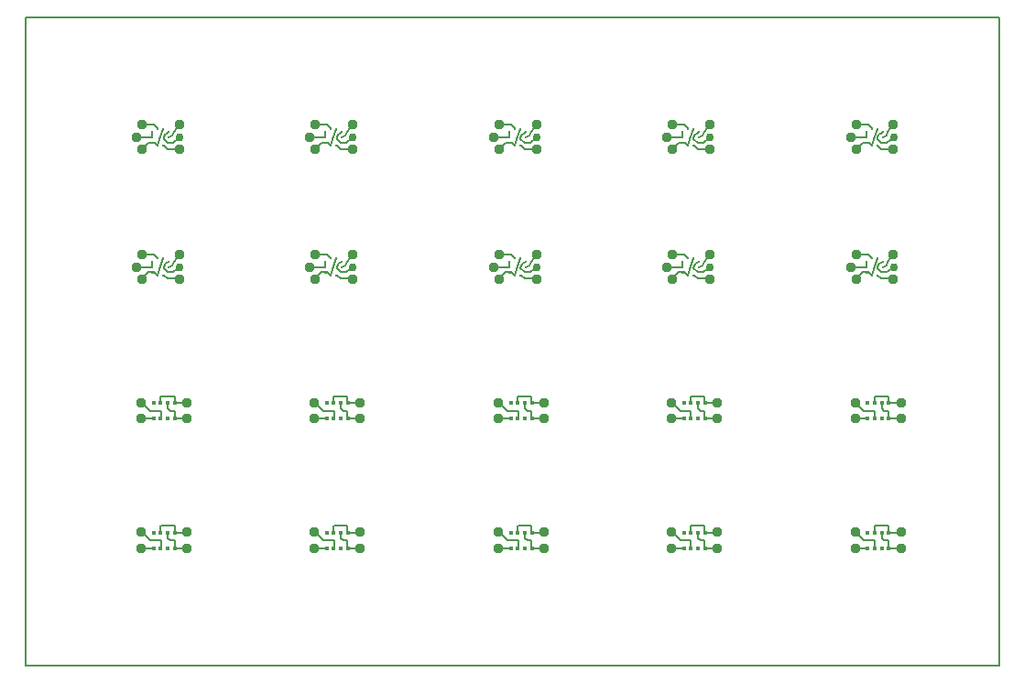
<source format=gtl>
G75*
%MOIN*%
%OFA0B0*%
%FSLAX25Y25*%
%IPPOS*%
%LPD*%
%AMOC8*
5,1,8,0,0,1.08239X$1,22.5*
%
%ADD10C,0.00600*%
%ADD11C,0.03772*%
%ADD12R,0.01575X0.01575*%
%ADD13R,0.00984X0.01083*%
%ADD14R,0.01083X0.00984*%
%ADD15C,0.02978*%
D10*
X0001300Y0001300D02*
X0355631Y0001300D01*
X0355631Y0237520D01*
X0001300Y0237520D01*
X0001300Y0001300D01*
X0043623Y0044056D02*
X0047993Y0044056D01*
X0048052Y0044115D01*
X0050611Y0044115D02*
X0050709Y0044213D01*
X0050709Y0046969D01*
X0046772Y0046969D01*
X0043765Y0049977D01*
X0043623Y0049977D01*
X0050611Y0049824D02*
X0050611Y0052186D01*
X0050709Y0052284D01*
X0055631Y0052284D01*
X0055631Y0049922D01*
X0055729Y0049824D01*
X0060068Y0049824D01*
X0060221Y0049977D01*
X0055631Y0046772D02*
X0055631Y0044213D01*
X0055729Y0044115D01*
X0060162Y0044115D01*
X0060221Y0044056D01*
X0055631Y0046772D02*
X0055434Y0046969D01*
X0054056Y0046969D01*
X0053170Y0047855D01*
X0053170Y0049824D01*
X0106615Y0049977D02*
X0106757Y0049977D01*
X0109765Y0046969D01*
X0113702Y0046969D01*
X0113702Y0044213D01*
X0113603Y0044115D01*
X0111044Y0044115D02*
X0110985Y0044056D01*
X0106615Y0044056D01*
X0113603Y0049824D02*
X0113603Y0052186D01*
X0113702Y0052284D01*
X0118623Y0052284D01*
X0118623Y0049922D01*
X0118721Y0049824D01*
X0123060Y0049824D01*
X0123213Y0049977D01*
X0118623Y0046772D02*
X0118623Y0044213D01*
X0118721Y0044115D01*
X0123154Y0044115D01*
X0123213Y0044056D01*
X0118623Y0046772D02*
X0118426Y0046969D01*
X0117048Y0046969D01*
X0116162Y0047855D01*
X0116162Y0049824D01*
X0173544Y0049977D02*
X0173686Y0049977D01*
X0176694Y0046969D01*
X0180631Y0046969D01*
X0180631Y0044213D01*
X0180532Y0044115D01*
X0177973Y0044115D02*
X0177914Y0044056D01*
X0173544Y0044056D01*
X0180532Y0049824D02*
X0180532Y0052186D01*
X0180631Y0052284D01*
X0185552Y0052284D01*
X0185552Y0049922D01*
X0185650Y0049824D01*
X0189989Y0049824D01*
X0190143Y0049977D01*
X0185552Y0046772D02*
X0185552Y0044213D01*
X0185650Y0044115D01*
X0190083Y0044115D01*
X0190143Y0044056D01*
X0185552Y0046772D02*
X0185355Y0046969D01*
X0183977Y0046969D01*
X0183091Y0047855D01*
X0183091Y0049824D01*
X0236536Y0049977D02*
X0236678Y0049977D01*
X0239686Y0046969D01*
X0243623Y0046969D01*
X0243623Y0044213D01*
X0243524Y0044115D01*
X0240965Y0044115D02*
X0240906Y0044056D01*
X0236536Y0044056D01*
X0243524Y0049824D02*
X0243524Y0052186D01*
X0243623Y0052284D01*
X0248544Y0052284D01*
X0248544Y0049922D01*
X0248643Y0049824D01*
X0252981Y0049824D01*
X0253135Y0049977D01*
X0248544Y0046772D02*
X0248544Y0044213D01*
X0248643Y0044115D01*
X0253076Y0044115D01*
X0253135Y0044056D01*
X0248544Y0046772D02*
X0248347Y0046969D01*
X0246969Y0046969D01*
X0246083Y0047855D01*
X0246083Y0049824D01*
X0303465Y0049977D02*
X0303607Y0049977D01*
X0306615Y0046969D01*
X0310552Y0046969D01*
X0310552Y0044213D01*
X0310454Y0044115D01*
X0307894Y0044115D02*
X0307835Y0044056D01*
X0303465Y0044056D01*
X0310454Y0049824D02*
X0310454Y0052186D01*
X0310552Y0052284D01*
X0315473Y0052284D01*
X0315473Y0049922D01*
X0315572Y0049824D01*
X0319910Y0049824D01*
X0320064Y0049977D01*
X0315473Y0046772D02*
X0315473Y0044213D01*
X0315572Y0044115D01*
X0320005Y0044115D01*
X0320064Y0044056D01*
X0315473Y0046772D02*
X0315276Y0046969D01*
X0313898Y0046969D01*
X0313013Y0047855D01*
X0313013Y0049824D01*
X0315572Y0091359D02*
X0320005Y0091359D01*
X0320064Y0091300D01*
X0315572Y0091359D02*
X0315473Y0091457D01*
X0315473Y0094017D01*
X0315276Y0094213D01*
X0313898Y0094213D01*
X0313013Y0095099D01*
X0313013Y0097068D01*
X0315473Y0097166D02*
X0315473Y0099528D01*
X0310552Y0099528D01*
X0310454Y0099430D01*
X0310454Y0097068D01*
X0310552Y0094213D02*
X0306615Y0094213D01*
X0303607Y0097221D01*
X0303465Y0097221D01*
X0303465Y0091300D02*
X0307835Y0091300D01*
X0307894Y0091359D01*
X0310454Y0091359D02*
X0310552Y0091457D01*
X0310552Y0094213D01*
X0315473Y0097166D02*
X0315572Y0097068D01*
X0319910Y0097068D01*
X0320064Y0097221D01*
X0317284Y0142206D02*
X0314883Y0142245D01*
X0312914Y0142245D01*
X0311585Y0143574D01*
X0311339Y0143574D01*
X0312914Y0144607D02*
X0311536Y0145985D01*
X0311536Y0146410D01*
X0311916Y0147441D01*
X0312443Y0147968D01*
X0312781Y0147968D01*
X0313357Y0148544D01*
X0314686Y0147166D02*
X0313357Y0146576D01*
X0314686Y0147166D02*
X0315276Y0148544D01*
X0317245Y0151024D01*
X0317245Y0151054D01*
X0311339Y0149578D02*
X0309961Y0145837D01*
X0309371Y0143574D01*
X0308368Y0144576D01*
X0307384Y0144576D01*
X0307353Y0144607D01*
X0306024Y0144607D01*
X0303662Y0142186D01*
X0307353Y0144607D02*
X0308337Y0144607D01*
X0308368Y0144576D01*
X0307353Y0146576D02*
X0301694Y0146576D01*
X0303780Y0151024D02*
X0304253Y0151103D01*
X0307993Y0151103D01*
X0309371Y0149725D01*
X0309371Y0149578D01*
X0307353Y0148544D02*
X0307353Y0146576D01*
X0312914Y0144607D02*
X0313357Y0144607D01*
X0314932Y0144607D01*
X0317442Y0146576D01*
X0317284Y0189450D02*
X0314883Y0189489D01*
X0312914Y0189489D01*
X0311585Y0190818D01*
X0311339Y0190818D01*
X0312914Y0191851D02*
X0311536Y0193229D01*
X0311536Y0193654D01*
X0311916Y0194685D01*
X0312443Y0195212D01*
X0312781Y0195212D01*
X0313357Y0195788D01*
X0314686Y0194410D02*
X0313357Y0193820D01*
X0314686Y0194410D02*
X0315276Y0195788D01*
X0317245Y0198269D01*
X0317245Y0198298D01*
X0311339Y0196822D02*
X0309961Y0193081D01*
X0309371Y0190818D01*
X0308368Y0191820D01*
X0307384Y0191820D01*
X0307353Y0191851D01*
X0306024Y0191851D01*
X0303662Y0189430D01*
X0307353Y0191851D02*
X0308337Y0191851D01*
X0308368Y0191820D01*
X0307353Y0193820D02*
X0301694Y0193820D01*
X0303780Y0198269D02*
X0304253Y0198347D01*
X0307993Y0198347D01*
X0309371Y0196969D01*
X0309371Y0196822D01*
X0307353Y0195788D02*
X0307353Y0193820D01*
X0312914Y0191851D02*
X0313357Y0191851D01*
X0314932Y0191851D01*
X0317442Y0193820D01*
X0250513Y0193820D02*
X0248003Y0191851D01*
X0246428Y0191851D01*
X0245985Y0191851D01*
X0244607Y0193229D01*
X0244607Y0193654D01*
X0244987Y0194685D01*
X0245514Y0195212D01*
X0245852Y0195212D01*
X0246428Y0195788D01*
X0247757Y0194410D02*
X0248347Y0195788D01*
X0250316Y0198269D01*
X0250316Y0198298D01*
X0247757Y0194410D02*
X0246428Y0193820D01*
X0243032Y0193081D02*
X0242442Y0190818D01*
X0241439Y0191820D01*
X0240455Y0191820D01*
X0240424Y0191851D01*
X0239095Y0191851D01*
X0236733Y0189430D01*
X0240424Y0191851D02*
X0241408Y0191851D01*
X0241439Y0191820D01*
X0243032Y0193081D02*
X0244410Y0196822D01*
X0242442Y0196822D02*
X0242442Y0196969D01*
X0241064Y0198347D01*
X0237324Y0198347D01*
X0236851Y0198269D01*
X0240424Y0195788D02*
X0240424Y0193820D01*
X0234765Y0193820D01*
X0244410Y0190818D02*
X0244656Y0190818D01*
X0245985Y0189489D01*
X0247954Y0189489D01*
X0250355Y0189450D01*
X0250316Y0151054D02*
X0250316Y0151024D01*
X0248347Y0148544D01*
X0247757Y0147166D01*
X0246428Y0146576D01*
X0245852Y0147968D02*
X0246428Y0148544D01*
X0245852Y0147968D02*
X0245514Y0147968D01*
X0244987Y0147441D01*
X0244607Y0146410D01*
X0244607Y0145985D01*
X0245985Y0144607D01*
X0246428Y0144607D01*
X0248003Y0144607D01*
X0250513Y0146576D01*
X0250355Y0142206D02*
X0247954Y0142245D01*
X0245985Y0142245D01*
X0244656Y0143574D01*
X0244410Y0143574D01*
X0242442Y0143574D02*
X0243032Y0145837D01*
X0244410Y0149578D01*
X0242442Y0149578D02*
X0242442Y0149725D01*
X0241064Y0151103D01*
X0237324Y0151103D01*
X0236851Y0151024D01*
X0240424Y0148544D02*
X0240424Y0146576D01*
X0234765Y0146576D01*
X0239095Y0144607D02*
X0236733Y0142186D01*
X0239095Y0144607D02*
X0240424Y0144607D01*
X0240455Y0144576D01*
X0241439Y0144576D01*
X0242442Y0143574D01*
X0241439Y0144576D02*
X0241408Y0144607D01*
X0240424Y0144607D01*
X0187520Y0146576D02*
X0185011Y0144607D01*
X0183436Y0144607D01*
X0182993Y0144607D01*
X0181615Y0145985D01*
X0181615Y0146410D01*
X0181994Y0147441D01*
X0182522Y0147968D01*
X0182859Y0147968D01*
X0183436Y0148544D01*
X0184765Y0147166D02*
X0185355Y0148544D01*
X0187324Y0151024D01*
X0187324Y0151054D01*
X0184765Y0147166D02*
X0183436Y0146576D01*
X0180040Y0145837D02*
X0179450Y0143574D01*
X0178447Y0144576D01*
X0177463Y0144576D01*
X0177432Y0144607D01*
X0176103Y0144607D01*
X0173741Y0142186D01*
X0177432Y0144607D02*
X0178416Y0144607D01*
X0178447Y0144576D01*
X0180040Y0145837D02*
X0181418Y0149578D01*
X0179450Y0149578D02*
X0179450Y0149725D01*
X0178072Y0151103D01*
X0174331Y0151103D01*
X0173859Y0151024D01*
X0177432Y0148544D02*
X0177432Y0146576D01*
X0171772Y0146576D01*
X0181418Y0143574D02*
X0181664Y0143574D01*
X0182993Y0142245D01*
X0184961Y0142245D01*
X0187363Y0142206D01*
X0185552Y0099528D02*
X0180631Y0099528D01*
X0180532Y0099430D01*
X0180532Y0097068D01*
X0183091Y0097068D02*
X0183091Y0095099D01*
X0183977Y0094213D01*
X0185355Y0094213D01*
X0185552Y0094017D01*
X0185552Y0091457D01*
X0185650Y0091359D01*
X0190083Y0091359D01*
X0190143Y0091300D01*
X0189989Y0097068D02*
X0185650Y0097068D01*
X0185552Y0097166D01*
X0185552Y0099528D01*
X0189989Y0097068D02*
X0190143Y0097221D01*
X0180631Y0094213D02*
X0180631Y0091457D01*
X0180532Y0091359D01*
X0177973Y0091359D02*
X0177914Y0091300D01*
X0173544Y0091300D01*
X0176694Y0094213D02*
X0180631Y0094213D01*
X0176694Y0094213D02*
X0173686Y0097221D01*
X0173544Y0097221D01*
X0123213Y0097221D02*
X0123060Y0097068D01*
X0118721Y0097068D01*
X0118623Y0097166D01*
X0118623Y0099528D01*
X0113702Y0099528D01*
X0113603Y0099430D01*
X0113603Y0097068D01*
X0116162Y0097068D02*
X0116162Y0095099D01*
X0117048Y0094213D01*
X0118426Y0094213D01*
X0118623Y0094017D01*
X0118623Y0091457D01*
X0118721Y0091359D01*
X0123154Y0091359D01*
X0123213Y0091300D01*
X0113702Y0091457D02*
X0113603Y0091359D01*
X0113702Y0091457D02*
X0113702Y0094213D01*
X0109765Y0094213D01*
X0106757Y0097221D01*
X0106615Y0097221D01*
X0106615Y0091300D02*
X0110985Y0091300D01*
X0111044Y0091359D01*
X0060221Y0091300D02*
X0060162Y0091359D01*
X0055729Y0091359D01*
X0055631Y0091457D01*
X0055631Y0094017D01*
X0055434Y0094213D01*
X0054056Y0094213D01*
X0053170Y0095099D01*
X0053170Y0097068D01*
X0055631Y0097166D02*
X0055631Y0099528D01*
X0050709Y0099528D01*
X0050611Y0099430D01*
X0050611Y0097068D01*
X0050709Y0094213D02*
X0046772Y0094213D01*
X0043765Y0097221D01*
X0043623Y0097221D01*
X0043623Y0091300D02*
X0047993Y0091300D01*
X0048052Y0091359D01*
X0050611Y0091359D02*
X0050709Y0091457D01*
X0050709Y0094213D01*
X0055631Y0097166D02*
X0055729Y0097068D01*
X0060068Y0097068D01*
X0060221Y0097221D01*
X0057442Y0142206D02*
X0055040Y0142245D01*
X0053072Y0142245D01*
X0051743Y0143574D01*
X0051497Y0143574D01*
X0053072Y0144607D02*
X0051694Y0145985D01*
X0051694Y0146410D01*
X0052073Y0147441D01*
X0052600Y0147968D01*
X0052938Y0147968D01*
X0053515Y0148544D01*
X0054843Y0147166D02*
X0053515Y0146576D01*
X0054843Y0147166D02*
X0055434Y0148544D01*
X0057402Y0151024D01*
X0057402Y0151054D01*
X0057599Y0146576D02*
X0055089Y0144607D01*
X0053515Y0144607D01*
X0053072Y0144607D01*
X0050119Y0145837D02*
X0049528Y0143574D01*
X0048526Y0144576D01*
X0047541Y0144576D01*
X0047511Y0144607D01*
X0046182Y0144607D01*
X0043820Y0142186D01*
X0047511Y0144607D02*
X0048495Y0144607D01*
X0048526Y0144576D01*
X0050119Y0145837D02*
X0051497Y0149578D01*
X0049528Y0149578D02*
X0049528Y0149725D01*
X0048150Y0151103D01*
X0044410Y0151103D01*
X0043938Y0151024D01*
X0047511Y0148544D02*
X0047511Y0146576D01*
X0041851Y0146576D01*
X0043820Y0189430D02*
X0046182Y0191851D01*
X0047511Y0191851D01*
X0047541Y0191820D01*
X0048526Y0191820D01*
X0049528Y0190818D01*
X0050119Y0193081D01*
X0051497Y0196822D01*
X0052600Y0195212D02*
X0052938Y0195212D01*
X0053515Y0195788D01*
X0052600Y0195212D02*
X0052073Y0194685D01*
X0051694Y0193654D01*
X0051694Y0193229D01*
X0053072Y0191851D01*
X0053515Y0191851D01*
X0055089Y0191851D01*
X0057599Y0193820D01*
X0054843Y0194410D02*
X0055434Y0195788D01*
X0057402Y0198269D01*
X0057402Y0198298D01*
X0054843Y0194410D02*
X0053515Y0193820D01*
X0049528Y0196822D02*
X0049528Y0196969D01*
X0048150Y0198347D01*
X0044410Y0198347D01*
X0043938Y0198269D01*
X0047511Y0195788D02*
X0047511Y0193820D01*
X0041851Y0193820D01*
X0047511Y0191851D02*
X0048495Y0191851D01*
X0048526Y0191820D01*
X0051497Y0190818D02*
X0051743Y0190818D01*
X0053072Y0189489D01*
X0055040Y0189489D01*
X0057442Y0189450D01*
X0104843Y0193820D02*
X0110503Y0193820D01*
X0110503Y0195788D01*
X0112520Y0196822D02*
X0112520Y0196969D01*
X0111143Y0198347D01*
X0107402Y0198347D01*
X0106930Y0198269D01*
X0109174Y0191851D02*
X0106812Y0189430D01*
X0109174Y0191851D02*
X0110503Y0191851D01*
X0110533Y0191820D01*
X0111518Y0191820D01*
X0112520Y0190818D01*
X0113111Y0193081D01*
X0114489Y0196822D01*
X0115593Y0195212D02*
X0115930Y0195212D01*
X0116507Y0195788D01*
X0115593Y0195212D02*
X0115065Y0194685D01*
X0114686Y0193654D01*
X0114686Y0193229D01*
X0116064Y0191851D01*
X0116507Y0191851D01*
X0118081Y0191851D01*
X0120591Y0193820D01*
X0117835Y0194410D02*
X0118426Y0195788D01*
X0120394Y0198269D01*
X0120394Y0198298D01*
X0117835Y0194410D02*
X0116507Y0193820D01*
X0111518Y0191820D02*
X0111487Y0191851D01*
X0110503Y0191851D01*
X0114489Y0190818D02*
X0114735Y0190818D01*
X0116064Y0189489D01*
X0118032Y0189489D01*
X0120434Y0189450D01*
X0171772Y0193820D02*
X0177432Y0193820D01*
X0177432Y0195788D01*
X0179450Y0196822D02*
X0179450Y0196969D01*
X0178072Y0198347D01*
X0174331Y0198347D01*
X0173859Y0198269D01*
X0181418Y0196822D02*
X0180040Y0193081D01*
X0179450Y0190818D01*
X0178447Y0191820D01*
X0177463Y0191820D01*
X0177432Y0191851D01*
X0176103Y0191851D01*
X0173741Y0189430D01*
X0177432Y0191851D02*
X0178416Y0191851D01*
X0178447Y0191820D01*
X0181418Y0190818D02*
X0181664Y0190818D01*
X0182993Y0189489D01*
X0184961Y0189489D01*
X0187363Y0189450D01*
X0185011Y0191851D02*
X0187520Y0193820D01*
X0184765Y0194410D02*
X0185355Y0195788D01*
X0187324Y0198269D01*
X0187324Y0198298D01*
X0183436Y0195788D02*
X0182859Y0195212D01*
X0182522Y0195212D01*
X0181994Y0194685D01*
X0181615Y0193654D01*
X0181615Y0193229D01*
X0182993Y0191851D01*
X0183436Y0191851D01*
X0185011Y0191851D01*
X0183436Y0193820D02*
X0184765Y0194410D01*
X0120394Y0151054D02*
X0120394Y0151024D01*
X0118426Y0148544D01*
X0117835Y0147166D01*
X0116507Y0146576D01*
X0115930Y0147968D02*
X0116507Y0148544D01*
X0115930Y0147968D02*
X0115593Y0147968D01*
X0115065Y0147441D01*
X0114686Y0146410D01*
X0114686Y0145985D01*
X0116064Y0144607D01*
X0116507Y0144607D01*
X0118081Y0144607D01*
X0120591Y0146576D01*
X0116064Y0142245D02*
X0114735Y0143574D01*
X0114489Y0143574D01*
X0112520Y0143574D02*
X0113111Y0145837D01*
X0114489Y0149578D01*
X0112520Y0149578D02*
X0112520Y0149725D01*
X0111143Y0151103D01*
X0107402Y0151103D01*
X0106930Y0151024D01*
X0110503Y0148544D02*
X0110503Y0146576D01*
X0104843Y0146576D01*
X0109174Y0144607D02*
X0106812Y0142186D01*
X0109174Y0144607D02*
X0110503Y0144607D01*
X0110533Y0144576D01*
X0111518Y0144576D01*
X0112520Y0143574D01*
X0111518Y0144576D02*
X0111487Y0144607D01*
X0110503Y0144607D01*
X0116064Y0142245D02*
X0118032Y0142245D01*
X0120434Y0142206D01*
X0236536Y0097221D02*
X0236678Y0097221D01*
X0239686Y0094213D01*
X0243623Y0094213D01*
X0243623Y0091457D01*
X0243524Y0091359D01*
X0240965Y0091359D02*
X0240906Y0091300D01*
X0236536Y0091300D01*
X0243524Y0097068D02*
X0243524Y0099430D01*
X0243623Y0099528D01*
X0248544Y0099528D01*
X0248544Y0097166D01*
X0248643Y0097068D01*
X0252981Y0097068D01*
X0253135Y0097221D01*
X0248544Y0094017D02*
X0248544Y0091457D01*
X0248643Y0091359D01*
X0253076Y0091359D01*
X0253135Y0091300D01*
X0248544Y0094017D02*
X0248347Y0094213D01*
X0246969Y0094213D01*
X0246083Y0095099D01*
X0246083Y0097068D01*
D11*
X0253135Y0097221D03*
X0253135Y0091300D03*
X0236536Y0091300D03*
X0236536Y0097221D03*
X0190143Y0097221D03*
X0190143Y0091300D03*
X0173544Y0091300D03*
X0173544Y0097221D03*
X0123213Y0097221D03*
X0123213Y0091300D03*
X0106615Y0091300D03*
X0106615Y0097221D03*
X0060221Y0097221D03*
X0060221Y0091300D03*
X0043623Y0091300D03*
X0043623Y0097221D03*
X0043820Y0142186D03*
X0041851Y0146576D03*
X0043938Y0151024D03*
X0057402Y0151024D03*
X0057442Y0142206D03*
X0104843Y0146576D03*
X0106812Y0142186D03*
X0106930Y0151024D03*
X0120394Y0151024D03*
X0120434Y0142206D03*
X0171772Y0146576D03*
X0173741Y0142186D03*
X0173859Y0151024D03*
X0187324Y0151024D03*
X0187363Y0142206D03*
X0234765Y0146576D03*
X0236733Y0142186D03*
X0236851Y0151024D03*
X0250316Y0151024D03*
X0250355Y0142206D03*
X0301694Y0146576D03*
X0303662Y0142186D03*
X0317284Y0142206D03*
X0317245Y0151024D03*
X0303780Y0151024D03*
X0303662Y0189430D03*
X0301694Y0193820D03*
X0303780Y0198269D03*
X0317245Y0198269D03*
X0317284Y0189450D03*
X0250355Y0189450D03*
X0250316Y0198269D03*
X0236851Y0198269D03*
X0234765Y0193820D03*
X0236733Y0189430D03*
X0187363Y0189450D03*
X0187324Y0198269D03*
X0173859Y0198269D03*
X0171772Y0193820D03*
X0173741Y0189430D03*
X0120434Y0189450D03*
X0120394Y0198269D03*
X0106930Y0198269D03*
X0104843Y0193820D03*
X0106812Y0189430D03*
X0057442Y0189450D03*
X0057402Y0198269D03*
X0043938Y0198269D03*
X0041851Y0193820D03*
X0043820Y0189430D03*
X0043623Y0049977D03*
X0043623Y0044056D03*
X0060221Y0044056D03*
X0060221Y0049977D03*
X0106615Y0049977D03*
X0106615Y0044056D03*
X0123213Y0044056D03*
X0123213Y0049977D03*
X0173544Y0049977D03*
X0173544Y0044056D03*
X0190143Y0044056D03*
X0190143Y0049977D03*
X0236536Y0049977D03*
X0236536Y0044056D03*
X0253135Y0044056D03*
X0253135Y0049977D03*
X0303465Y0049977D03*
X0303465Y0044056D03*
X0320064Y0044056D03*
X0320064Y0049977D03*
X0320064Y0091300D03*
X0320064Y0097221D03*
X0303465Y0097221D03*
X0303465Y0091300D03*
D12*
X0307894Y0091359D03*
X0310454Y0091359D03*
X0313013Y0091359D03*
X0315572Y0091359D03*
X0315572Y0097068D03*
X0313013Y0097068D03*
X0310454Y0097068D03*
X0307894Y0097068D03*
X0248643Y0097068D03*
X0246083Y0097068D03*
X0243524Y0097068D03*
X0240965Y0097068D03*
X0240965Y0091359D03*
X0243524Y0091359D03*
X0246083Y0091359D03*
X0248643Y0091359D03*
X0185650Y0091359D03*
X0183091Y0091359D03*
X0180532Y0091359D03*
X0177973Y0091359D03*
X0177973Y0097068D03*
X0180532Y0097068D03*
X0183091Y0097068D03*
X0185650Y0097068D03*
X0118721Y0097068D03*
X0116162Y0097068D03*
X0113603Y0097068D03*
X0111044Y0097068D03*
X0111044Y0091359D03*
X0113603Y0091359D03*
X0116162Y0091359D03*
X0118721Y0091359D03*
X0118721Y0049824D03*
X0116162Y0049824D03*
X0113603Y0049824D03*
X0111044Y0049824D03*
X0111044Y0044115D03*
X0113603Y0044115D03*
X0116162Y0044115D03*
X0118721Y0044115D03*
X0177973Y0044115D03*
X0180532Y0044115D03*
X0183091Y0044115D03*
X0185650Y0044115D03*
X0185650Y0049824D03*
X0183091Y0049824D03*
X0180532Y0049824D03*
X0177973Y0049824D03*
X0240965Y0049824D03*
X0243524Y0049824D03*
X0246083Y0049824D03*
X0248643Y0049824D03*
X0248643Y0044115D03*
X0246083Y0044115D03*
X0243524Y0044115D03*
X0240965Y0044115D03*
X0307894Y0044115D03*
X0310454Y0044115D03*
X0313013Y0044115D03*
X0315572Y0044115D03*
X0315572Y0049824D03*
X0313013Y0049824D03*
X0310454Y0049824D03*
X0307894Y0049824D03*
X0055729Y0049824D03*
X0053170Y0049824D03*
X0050611Y0049824D03*
X0048052Y0049824D03*
X0048052Y0044115D03*
X0050611Y0044115D03*
X0053170Y0044115D03*
X0055729Y0044115D03*
X0055729Y0091359D03*
X0053170Y0091359D03*
X0050611Y0091359D03*
X0048052Y0091359D03*
X0048052Y0097068D03*
X0050611Y0097068D03*
X0053170Y0097068D03*
X0055729Y0097068D03*
D13*
X0051497Y0143574D03*
X0049528Y0143574D03*
X0049528Y0149578D03*
X0051497Y0149578D03*
X0051497Y0190818D03*
X0049528Y0190818D03*
X0049528Y0196822D03*
X0051497Y0196822D03*
X0112520Y0196822D03*
X0114489Y0196822D03*
X0114489Y0190818D03*
X0112520Y0190818D03*
X0112520Y0149578D03*
X0114489Y0149578D03*
X0114489Y0143574D03*
X0112520Y0143574D03*
X0179450Y0143574D03*
X0181418Y0143574D03*
X0181418Y0149578D03*
X0179450Y0149578D03*
X0179450Y0190818D03*
X0181418Y0190818D03*
X0181418Y0196822D03*
X0179450Y0196822D03*
X0242442Y0196822D03*
X0244410Y0196822D03*
X0244410Y0190818D03*
X0242442Y0190818D03*
X0242442Y0149578D03*
X0244410Y0149578D03*
X0244410Y0143574D03*
X0242442Y0143574D03*
X0309371Y0143574D03*
X0311339Y0143574D03*
X0311339Y0149578D03*
X0309371Y0149578D03*
X0309371Y0190818D03*
X0311339Y0190818D03*
X0311339Y0196822D03*
X0309371Y0196822D03*
D14*
X0307353Y0195788D03*
X0307353Y0193820D03*
X0307353Y0191851D03*
X0313357Y0191851D03*
X0313357Y0193820D03*
X0313357Y0195788D03*
X0246428Y0195788D03*
X0246428Y0193820D03*
X0246428Y0191851D03*
X0240424Y0191851D03*
X0240424Y0193820D03*
X0240424Y0195788D03*
X0183436Y0195788D03*
X0183436Y0193820D03*
X0183436Y0191851D03*
X0177432Y0191851D03*
X0177432Y0193820D03*
X0177432Y0195788D03*
X0116507Y0195788D03*
X0116507Y0193820D03*
X0116507Y0191851D03*
X0110503Y0191851D03*
X0110503Y0193820D03*
X0110503Y0195788D03*
X0053515Y0195788D03*
X0053515Y0193820D03*
X0053515Y0191851D03*
X0047511Y0191851D03*
X0047511Y0193820D03*
X0047511Y0195788D03*
X0047511Y0148544D03*
X0047511Y0146576D03*
X0047511Y0144607D03*
X0053515Y0144607D03*
X0053515Y0146576D03*
X0053515Y0148544D03*
X0110503Y0148544D03*
X0110503Y0146576D03*
X0110503Y0144607D03*
X0116507Y0144607D03*
X0116507Y0146576D03*
X0116507Y0148544D03*
X0177432Y0148544D03*
X0177432Y0146576D03*
X0177432Y0144607D03*
X0183436Y0144607D03*
X0183436Y0146576D03*
X0183436Y0148544D03*
X0240424Y0148544D03*
X0240424Y0146576D03*
X0240424Y0144607D03*
X0246428Y0144607D03*
X0246428Y0146576D03*
X0246428Y0148544D03*
X0307353Y0148544D03*
X0307353Y0146576D03*
X0307353Y0144607D03*
X0313357Y0144607D03*
X0313357Y0146576D03*
X0313357Y0148544D03*
D15*
X0317442Y0146576D03*
X0250513Y0146576D03*
X0187520Y0146576D03*
X0120591Y0146576D03*
X0057599Y0146576D03*
X0057599Y0193820D03*
X0120591Y0193820D03*
X0187520Y0193820D03*
X0250513Y0193820D03*
X0317442Y0193820D03*
M02*

</source>
